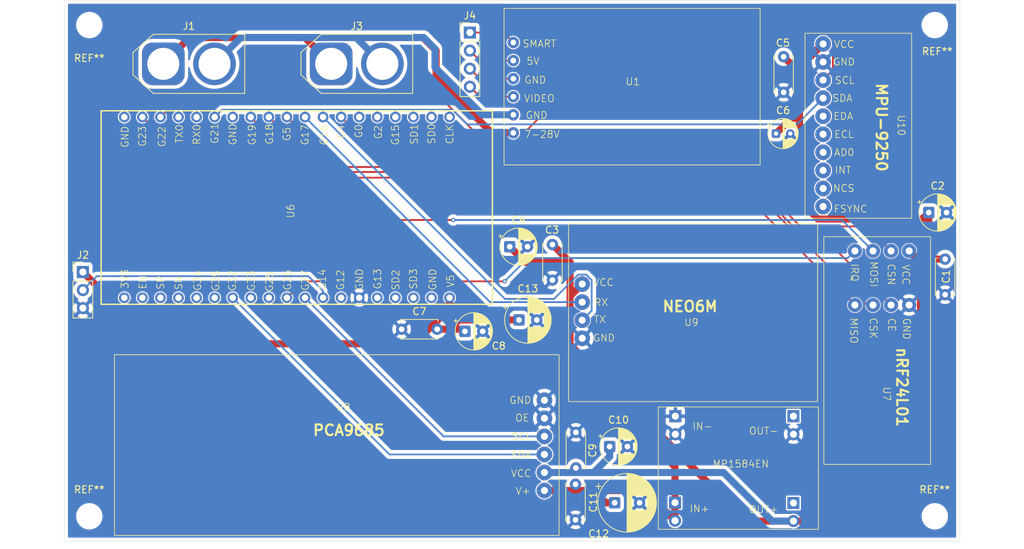
<source format=kicad_pcb>
(kicad_pcb (version 20241229) (generator "pcbnew") (generator_version "9.0")
  (layers (0 "F.Cu" signal) (2 "B.Cu" signal) (13 "F.Paste" user) (15 "B.Paste" user) (5 "F.SilkS" user "F.Silkscreen") (7 "B.SilkS" user "B.Silkscreen") (1 "F.Mask" user) (3 "B.Mask" user) (25 "Edge.Cuts" user))
  (net 0 "")
  (net 1 "GND")
  (net 2 "+3.3V")
  (net 3 "+5V")
  (net 4 "+8V")
  (net 5 "GND2")
  (net 6 "/MOTOR_SIGNAL")
  (net 7 "/SMART")
  (net 8 "/VIDEO")
  (net 9 "/5V C")
  (net 10 "/GND C")
  (net 13 "/MOSI")
  (net 14 "/SCL_PCA")
  (net 16 "/SDA_PCA")
  (net 21 "/IRQ")
  (net 22 "/TX")
  (net 24 "/MISO")
  (net 28 "/CE")
  (net 34 "/SCL_MPU")
  (net 38 "/SCK")
  (net 39 "/CSN")
  (net 41 "/SDA_MPU")
  (net 42 "/RX")
  (footprint "Capacitor_THT:CP_Radial_D5.0mm_P2.50mm" (layer "F.Cu") (at 201 89)
    (property "Reference" "C2" (at 1.25 -3.75 0) (layer "F.SilkS"))
    (property "Value" "C_Polarized")
    (pad "1" thru_hole roundrect (at 0 0) (size 1.6 1.6) (drill 0.8) (layers "*.Cu" "*.Mask") (roundrect_rratio 0.15625) (net 2 "+3.3V"))
    (pad "2" thru_hole circle (at 2.5 0) (size 1.6 1.6) (drill 0.8) (layers "*.Cu" "*.Mask") (net 1 "GND"))
  )
  (footprint "Connector_AMASS:AMASS_XT60-F_1x02_P7.20mm_Vertical" (layer "F.Cu") (at 117 68.1)
    (property "Reference" "J3" (at 3.6 -5.3 0) (layer "F.SilkS"))
    (property "Value" "Conn_01x02_MountingPin")
    (pad "1" thru_hole roundrect (at 0 0) (size 6 6) (drill 4.5) (layers "*.Cu" "*.Mask") (net 4 "+8V"))
    (pad "2" thru_hole circle (at 7.2 0) (size 6 6) (drill 4.5) (layers "*.Cu" "*.Mask") (net 5 "GND2"))
  )
  (footprint "huellas_simplificadas:MP1548EN" (layer "F.Cu") (at 174.7 124.8)
    (property "Reference" "MP1548EN2" (hide yes))
    (property "Value" "~" (hide yes))
    (fp_text user "IN+" (at -7.37 6.43 0) (layer "F.SilkS") (effects (font (thickness 0.1)) (justify left bottom)))
    (fp_text user "OUT-" (at 0.98 -4.52 0) (layer "F.SilkS") (effects (font (thickness 0.1)) (justify left bottom)))
    (fp_text user "IN-" (at -6.97 -5.17 0) (layer "F.SilkS") (effects (font (thickness 0.1)) (justify left bottom)))
    (fp_text user "OUT+" (at 0.98 6.53 0) (layer "F.SilkS") (effects (font (thickness 0.1)) (justify left bottom)))
    (fp_text user "MP1584EN" (at -4.14 0.125 0) (layer "F.SilkS") (effects (font (thickness 0.1)) (justify left bottom)))
    (pad "1" thru_hole rect (at -9.32 -7.17) (size 1.7 1.7) (drill 1) (layers "*.Cu" "*.Mask") (net 1 "GND") (clearance 0.2))
    (pad "2" thru_hole circle (at -9.32 -4.63) (size 1.7 1.7) (drill 1) (layers "*.Cu" "*.Mask") (net 1 "GND") (clearance 0.2))
    (pad "3" thru_hole rect (at -9.37 4.98) (size 1.7 1.7) (drill 1) (layers "*.Cu" "*.Mask") (net 3 "+5V") (clearance 0.2))
    (pad "4" thru_hole circle (at -9.37 7.52) (size 1.7 1.7) (drill 1) (layers "*.Cu" "*.Mask") (net 3 "+5V") (clearance 0.2))
    (pad "5" thru_hole rect (at 7.28 -7.17) (size 1.7 1.7) (drill 1) (layers "*.Cu" "*.Mask") (clearance 0.2))
    (pad "6" thru_hole circle (at 7.28 -4.63) (size 1.7 1.7) (drill 1) (layers "*.Cu" "*.Mask") (net 1 "GND") (clearance 0.2))
    (pad "7" thru_hole rect (at 7.28 5.03) (size 1.7 1.7) (drill 1) (layers "*.Cu" "*.Mask") (clearance 0.2))
    (pad "8" thru_hole circle (at 7.28 7.57) (size 1.7 1.7) (drill 1) (layers "*.Cu" "*.Mask") (net 2 "+3.3V") (clearance 0.2))
  )
  (footprint "huellas_simplificadas:NEO6M" (layer "F.Cu") (at 167.295 104.805)
    (property "Reference" "U9" (at 0.34 -0.36 0) (layer "F.SilkS") (effects (font (thickness 0.1))))
    (property "Value" "NEO-6M-GPS_simplificado")
    (fp_text user "VCC" (at -13.5 -5.39 0) (layer "F.SilkS") (effects (font (thickness 0.1)) (justify left bottom)))
    (fp_text user "GND" (at -13.53 2.41 0) (layer "F.SilkS") (effects (font (thickness 0.1)) (justify left bottom)))
    (fp_text user "NEO6M" (at -3.87 -1.72 0) (layer "F.SilkS") (effects (font (size 1.5 1.5) (thickness 0.3) (bold yes)) (justify left bottom)))
    (fp_text user "RX" (at -13.38 -2.59 0) (layer "F.SilkS") (effects (font (thickness 0.1)) (justify left bottom)))
    (fp_text user "TX" (at -13.45 -0.19 0) (layer "F.SilkS") (effects (font (thickness 0.1)) (justify left bottom)))
    (pad "1" thru_hole circle (at -15.01 -5.75) (size 2.2 2.2) (drill 1) (layers "*.Cu" "*.Mask") (net 2 "+3.3V") (clearance 0.1))
    (pad "2" thru_hole circle (at -15.01 -3.21) (size 2.2 2.2) (drill 1) (layers "*.Cu" "*.Mask") (net 42 "/RX") (clearance 0.1))
    (pad "3" thru_hole circle (at -15.01 -0.67) (size 2.2 2.2) (drill 1) (layers "*.Cu" "*.Mask") (net 22 "/TX") (clearance 0.1))
    (pad "4" thru_hole circle (at -15.01 1.87) (size 2.2 2.2) (drill 1) (layers "*.Cu" "*.Mask") (net 1 "GND") (clearance 0.1))
  )
  (footprint "huellas_simplificadas:nRF24L01" (layer "F.Cu") (at 193.28 108.6 -90)
    (property "Reference" "U7" (at 5.89 -1.83 270) (layer "F.SilkS") (effects (font (thickness 0.1))))
    (property "Value" "NRF24L01_simplificado")
    (fp_text user "GND" (at -4.8506 -4.0246 270) (layer "F.SilkS") (effects (font (thickness 0.1)) (justify left bottom)))
    (fp_text user "CSK" (at -4.876 0.649 270) (layer "F.SilkS") (effects (font (thickness 0.1)) (justify left bottom)))
    (fp_text user "CSN" (at -12.4706 -1.8656 270) (layer "F.SilkS") (effects (font (thickness 0.1)) (justify left bottom)))
    (fp_text user "nRF24L01" (at -0.78 -3.09 270) (layer "F.SilkS") (effects (font (size 1.5 1.5) (thickness 0.3) (bold yes)) (justify left bottom)))
    (fp_text user "CE" (at -4.8252 -1.9418 270) (layer "F.SilkS") (effects (font (thickness 0.1)) (justify left bottom)))
    (fp_text user "VCC" (at -12.369 -3.923 270) (layer "F.SilkS") (effects (font (thickness 0.1)) (justify left bottom)))
    (fp_text user "MISO" (at -4.876 3.3922 270) (layer "F.SilkS") (effects (font (thickness 0.1)) (justify left bottom)))
    (fp_text user "MOSI" (at -12.8 0.58 270) (layer "F.SilkS") (effects (font (thickness 0.1)) (justify left bottom)))
    (fp_text user "IRQ" (at -12.496 3.2906 270) (layer "F.SilkS") (effects (font (thickness 0.1)) (justify left bottom)))
    (pad "1" thru_hole circle (at -14.2 -4.96 270) (size 2 2) (drill 1) (layers "*.Cu" "*.Mask") (net 2 "+3.3V") (clearance 0.1))
    (pad "2" thru_hole circle (at -6.6 -4.96 270) (size 2 2) (drill 1) (layers "*.Cu" "*.Mask") (net 1 "GND") (clearance 0.1))
    (pad "3" thru_hole circle (at -14.2 -2.42 270) (size 2 2) (drill 1) (layers "*.Cu" "*.Mask") (net 39 "/CSN") (clearance 0.1))
    (pad "4" thru_hole circle (at -6.6 -2.42 270) (size 2 2) (drill 1) (layers "*.Cu" "*.Mask") (net 28 "/CE") (clearance 0.1))
    (pad "5" thru_hole circle (at -14.2 0.12 270) (size 2 2) (drill 1) (layers "*.Cu" "*.Mask") (net 13 "/MOSI") (clearance 0.1))
    (pad "6" thru_hole circle (at -6.6 0.12 270) (size 2 2) (drill 1) (layers "*.Cu" "*.Mask") (net 38 "/SCK") (clearance 0.1))
    (pad "7" thru_hole circle (at -14.2 2.66 270) (size 2 2) (drill 1) (layers "*.Cu" "*.Mask") (net 21 "/IRQ") (clearance 0.1))
    (pad "8" thru_hole circle (at -6.6 2.66 270) (size 2 2) (drill 1) (layers "*.Cu" "*.Mask") (net 24 "/MISO") (clearance 0.1))
  )
  (footprint "Capacitor_THT:CP_Radial_D5.0mm_P2.50mm" (layer "F.Cu") (at 156.142237 121.9)
    (property "Reference" "C10" (at 1.25 -3.75 0) (layer "F.SilkS"))
    (property "Value" "C_Polarized")
    (pad "1" thru_hole roundrect (at 0 0) (size 1.6 1.6) (drill 0.8) (layers "*.Cu" "*.Mask") (roundrect_rratio 0.15625) (net 2 "+3.3V"))
    (pad "2" thru_hole circle (at 2.5 0) (size 1.6 1.6) (drill 0.8) (layers "*.Cu" "*.Mask") (net 1 "GND"))
  )
  (footprint "Capacitor_THT:C_Disc_D5.0mm_W2.5mm_P5.00mm" (layer "F.Cu") (at 126.9 105.4)
    (property "Reference" "C7" (at 2.5 -2.5 0) (layer "F.SilkS"))
    (property "Value" "C")
    (pad "1" thru_hole circle (at 0 0) (size 1.6 1.6) (drill 0.8) (layers "*.Cu" "*.Mask") (net 1 "GND"))
    (pad "2" thru_hole circle (at 5 0) (size 1.6 1.6) (drill 0.8) (layers "*.Cu" "*.Mask") (net 3 "+5V"))
  )
  (footprint "MountingHole:MountingHole_3.2mm_M3_DIN965" (layer "F.Cu") (at 83 62.65)
    (property "Reference" "REF**" (at 0 4.65 0) (layer "F.SilkS"))
    (property "Value" "MountingHole_3.2mm_M3_DIN965")
    (pad "" np_thru_hole circle (at 0 0) (size 3.2 3.2) (drill 3.2) (layers "*.Cu" "*.Mask"))
  )
  (footprint "Capacitor_THT:C_Disc_D5.0mm_W2.5mm_P5.00mm" (layer "F.Cu") (at 203.3 95.55 -90)
    (property "Reference" "C1" (at 2.45 -0.15 90) (layer "F.SilkS"))
    (property "Value" "C")
    (pad "1" thru_hole circle (at 0 0 270) (size 1.6 1.6) (drill 0.8) (layers "*.Cu" "*.Mask") (net 2 "+3.3V"))
    (pad "2" thru_hole circle (at 5 0 270) (size 1.6 1.6) (drill 0.8) (layers "*.Cu" "*.Mask") (net 1 "GND"))
  )
  (footprint "Capacitor_THT:CP_Radial_D5.0mm_P2.50mm" (layer "F.Cu") (at 142.1 93.8)
    (property "Reference" "C4" (at 1.25 -3.75 0) (layer "F.SilkS"))
    (property "Value" "C_Polarized")
    (pad "1" thru_hole roundrect (at 0 0) (size 1.6 1.6) (drill 0.8) (layers "*.Cu" "*.Mask") (roundrect_rratio 0.15625) (net 2 "+3.3V"))
    (pad "2" thru_hole circle (at 2.5 0) (size 1.6 1.6) (drill 0.8) (layers "*.Cu" "*.Mask") (net 1 "GND"))
  )
  (footprint "huellas_simplificadas:MPU-9250" (layer "F.Cu") (at 191.05 76.7 -90)
    (property "Reference" "U10" (at 0.05 -6.1 270) (layer "F.SilkS") (effects (font (thickness 0.1))))
    (property "Value" "MPU-9250_simplficado")
    (fp_text user "SDA" (at -3.19 3.66 0) (layer "F.SilkS") (effects (font (thickness 0.1)) (justify left bottom)))
    (fp_text user "FSYNC" (at 12.38 3.46 0) (layer "F.SilkS") (effects (font (thickness 0.1)) (justify left bottom)))
    (fp_text user "VCC" (at -10.78 3.44 0) (layer "F.SilkS") (effects (font (thickness 0.1)) (justify left bottom)))
    (fp_text user "MPU-9250" (at -6.05 -2.43 270) (layer "F.SilkS") (effects (font (size 1.5 1.5) (thickness 0.3) (bold yes)) (justify left bottom)))
    (fp_text user "AD0" (at 4.44 3.41 0) (layer "F.SilkS") (effects (font (thickness 0.1)) (justify left bottom)))
    (fp_text user "GND" (at -8.29 3.55 0) (layer "F.SilkS") (effects (font (thickness 0.1)) (justify left bottom)))
    (fp_text user "ECL" (at 1.9 3.38 0) (layer "F.SilkS") (effects (font (thickness 0.1)) (justify left bottom)))
    (fp_text user "EDA" (at -0.66 3.51 0) (layer "F.SilkS") (effects (font (thickness 0.1)) (justify left bottom)))
    (fp_text user "INT" (at 6.93 3.31 0) (layer "F.SilkS") (effects (font (thickness 0.1)) (justify left bottom)))
    (fp_text user "NCS" (at 9.49 3.56 0) (layer "F.SilkS") (effects (font (thickness 0.1)) (justify left bottom)))
    (fp_text user "SCL" (at -5.7 3.31 0) (layer "F.SilkS") (effects (font (thickness 0.1)) (justify left bottom)))
    (pad "1" thru_hole circle (at -11.4 4.9 270) (size 2.2 2.2) (drill 1) (layers "*.Cu" "*.Mask") (net 2 "+3.3V") (clearance 0.15))
    (pad "2" thru_hole circle (at -8.86 4.9 270) (size 2.2 2.2) (drill 1) (layers "*.Cu" "*.Mask") (net 1 "GND") (clearance 0.15))
    (pad "3" thru_hole circle (at -6.32 4.9 270) (size 2.2 2.2) (drill 1) (layers "*.Cu" "*.Mask") (net 34 "/SCL_MPU") (clearance 0.15))
    (pad "4" thru_hole circle (at -3.78 4.9 270) (size 2.2 2.2) (drill 1) (layers "*.Cu" "*.Mask") (net 41 "/SDA_MPU") (clearance 0.15))
    (pad "5" thru_hole circle (at -1.24 4.9 270) (size 2.2 2.2) (drill 1) (layers "*.Cu" "*.Mask") (clearance 0.15))
    (pad "6" thru_hole circle (at 1.3 4.9 270) (size 2.2 2.2) (drill 1) (layers "*.Cu" "*.Mask") (clearance 0.15))
    (pad "7" thru_hole circle (at 3.84 4.9 270) (size 2.2 2.2) (drill 1) (layers "*.Cu" "*.Mask") (clearance 0.15))
    (pad "8" thru_hole circle (at 6.38 4.9 270) (size 2.2 2.2) (drill 1) (layers "*.Cu" "*.Mask") (clearance 0.15))
    (pad "9" thru_hole circle (at 8.92 4.9 270) (size 2.2 2.2) (drill 1) (layers "*.Cu" "*.Mask") (clearance 0.15))
    (pad "10" thru_hole circle (at 11.46 4.9 270) (size 2.2 2.2) (drill 1) (layers "*.Cu" "*.Mask") (clearance 0.15))
  )
  (footprint "MountingHole:MountingHole_3.2mm_M3_DIN965" (layer "F.Cu") (at 83 131.7)
    (property "Reference" "REF**" (at 0 -3.75 0) (layer "F.SilkS"))
    (property "Value" "MountingHole_3.2mm_M3_DIN965")
    (pad "" np_thru_hole circle (at 0 0) (size 3.2 3.2) (drill 3.2) (layers "*.Cu" "*.Mask"))
  )
  (footprint "Capacitor_THT:CP_Radial_D5.0mm_P2.50mm" (layer "F.Cu") (at 135.8 105.7)
    (property "Reference" "C8" (at 4.75 2.05 0) (layer "F.SilkS"))
    (property "Value" "C_Polarized")
    (pad "1" thru_hole roundrect (at 0 0) (size 1.6 1.6) (drill 0.8) (layers "*.Cu" "*.Mask") (roundrect_rratio 0.15625) (net 3 "+5V"))
    (pad "2" thru_hole circle (at 2.5 0) (size 1.6 1.6) (drill 0.8) (layers "*.Cu" "*.Mask") (net 1 "GND"))
  )
  (footprint "Capacitor_THT:CP_Radial_D4.0mm_P2.00mm" (layer "F.Cu") (at 179.527401 77.9)
    (property "Reference" "C6" (at 1 -3.25 0) (layer "F.SilkS"))
    (property "Value" "C_Polarized")
    (pad "1" thru_hole roundrect (at 0 0) (size 1.2 1.2) (drill 0.6) (layers "*.Cu" "*.Mask") (roundrect_rratio 0.208333) (net 2 "+3.3V"))
    (pad "2" thru_hole circle (at 2 0) (size 1.2 1.2) (drill 0.6) (layers "*.Cu" "*.Mask") (net 1 "GND"))
  )
  (footprint "Capacitor_THT:CP_Radial_D8.0mm_P3.50mm" (layer "F.Cu") (at 156.847349 129.8)
    (property "Reference" "C12" (at -2.247349 4.35 0) (layer "F.SilkS"))
    (property "Value" "C_Polarized")
    (pad "1" thru_hole roundrect (at 0 0) (size 1.6 1.6) (drill 0.8) (layers "*.Cu" "*.Mask") (roundrect_rratio 0.15625) (net 3 "+5V"))
    (pad "2" thru_hole circle (at 3.5 0) (size 1.6 1.6) (drill 0.8) (layers "*.Cu" "*.Mask") (net 1 "GND"))
  )
  (footprint "Capacitor_THT:C_Disc_D5.0mm_W2.5mm_P5.00mm" (layer "F.Cu") (at 151.347349 127.2 -90)
    (property "Reference" "C11" (at 2.5 -2.5 90) (layer "F.SilkS"))
    (property "Value" "C")
    (pad "1" thru_hole circle (at 0 0 270) (size 1.6 1.6) (drill 0.8) (layers "*.Cu" "*.Mask") (net 3 "+5V"))
    (pad "2" thru_hole circle (at 5 0 270) (size 1.6 1.6) (drill 0.8) (layers "*.Cu" "*.Mask") (net 1 "GND"))
  )
  (footprint "Connector_PinHeader_2.54mm:PinHeader_1x04_P2.54mm_Vertical" (layer "F.Cu") (at 136.5 63.7)
    (property "Reference" "J4" (at 0 -2.38 0) (layer "F.SilkS"))
    (property "Value" "Conn_01x04_MountingPin")
    (pad "1" thru_hole rect (at 0 0) (size 1.7 1.7) (drill 1) (layers "*.Cu" "*.Mask") (net 7 "/SMART"))
    (pad "2" thru_hole circle (at 0 2.54) (size 1.7 1.7) (drill 1) (layers "*.Cu" "*.Mask") (net 9 "/5V C"))
    (pad "3" thru_hole circle (at 0 5.08) (size 1.7 1.7) (drill 1) (layers "*.Cu" "*.Mask") (net 10 "/GND C"))
    (pad "4" thru_hole circle (at 0 7.62) (size 1.7 1.7) (drill 1) (layers "*.Cu" "*.Mask") (net 8 "/VIDEO"))
  )
  (footprint "Capacitor_THT:CP_Radial_D6.3mm_P2.50mm" (layer "F.Cu") (at 143.4 104.1)
    (property "Reference" "C13" (at 1.25 -4.4 0) (layer "F.SilkS"))
    (property "Value" "C_Polarized")
    (pad "1" thru_hole roundrect (at 0 0) (size 1.6 1.6) (drill 0.8) (layers "*.Cu" "*.Mask") (roundrect_rratio 0.15625) (net 3 "+5V"))
    (pad "2" thru_hole circle (at 2.5 0) (size 1.6 1.6) (drill 0.8) (layers "*.Cu" "*.Mask") (net 1 "GND"))
  )
  (footprint "Connector_PinHeader_2.54mm:PinHeader_1x03_P2.54mm_Vertical" (layer "F.Cu") (at 82.1 97.36)
    (property "Reference" "J2" (at 0 -2.38 0) (layer "F.SilkS"))
    (property "Value" "Conn_01x03_MountingPin")
    (pad "1" thru_hole rect (at 0 0) (size 1.7 1.7) (drill 1) (layers "*.Cu" "*.Mask") (net 3 "+5V"))
    (pad "2" thru_hole circle (at 0 2.54) (size 1.7 1.7) (drill 1) (layers "*.Cu" "*.Mask") (net 6 "/MOTOR_SIGNAL"))
    (pad "3" thru_hole circle (at 0 5.08) (size 1.7 1.7) (drill 1) (layers "*.Cu" "*.Mask") (net 1 "GND"))
  )
  (footprint "huellas_simplificadas:TX850 Simplificado" (layer "F.Cu") (at 159.4 71.1)
    (property "Reference" "U1" (at 0 -0.5 0) (layer "F.SilkS") (effects (font (thickness 0.1))))
    (property "Value" "~")
    (fp_text user "SMART" (at -15.55 -5.25 0) (layer "F.SilkS") (effects (font (thickness 0.1)) (justify left bottom)))
    (fp_text user "7-28V" (at -15.3 7.5 0) (layer "F.SilkS") (effects (font (thickness 0.1)) (justify left bottom)))
    (fp_text user "5V" (at -15 -2.8 0) (layer "F.SilkS") (effects (font (thickness 0.1)) (justify left bottom)))
    (fp_text user "GND" (at -15.1 4.8 0) (layer "F.SilkS") (effects (font (thickness 0.1)) (justify left bottom)))
    (fp_text user "GND" (at -15.3 -0.15 0) (layer "F.SilkS") (effects (font (thickness 0.1)) (justify left bottom)))
    (fp_text user "VIDEO" (at -15.35 2.45 0) (layer "F.SilkS") (effects (font (thickness 0.1)) (justify left bottom)))
    (pad "1" thru_hole circle (at -16.8 -6) (size 1.6 1.6) (drill 0.8) (layers "*.Cu" "*.Mask") (net 7 "/SMART") (clearance 0.15))
    (pad "2" thru_hole circle (at -16.8 -3.46) (size 1.6 1.6) (drill 0.8) (layers "*.Cu" "*.Mask") (net 9 "/5V C") (clearance 0.15))
    (pad "3" thru_hole circle (at -16.8 -0.92) (size 1.6 1.6) (drill 0.8) (layers "*.Cu" "*.Mask") (net 10 "/GND C") (clearance 0.15))
    (pad "4" thru_hole circle (at -16.8 1.62) (size 1.6 1.6) (drill 0.8) (layers "*.Cu" "*.Mask") (net 8 "/VIDEO") (clearance 0.15))
    (pad "5" thru_hole circle (at -16.8 4.16) (size 1.6 1.6) (drill 0.8) (layers "*.Cu" "*.Mask") (net 5 "GND2") (clearance 0.15))
    (pad "6" thru_hole circle (at -16.8 6.7) (size 1.6 1.6) (drill 0.8) (layers "*.Cu" "*.Mask") (net 4 "+8V") (clearance 0.15))
  )
  (footprint "Connector_AMASS:AMASS_XT60-M_1x02_P7.20mm_Vertical" (layer "F.Cu") (at 93.4 68.1)
    (property "Reference" "J1" (at 3.6 -5.3 0) (layer "F.SilkS"))
    (property "Value" "Conn_01x02_MountingPin")
    (pad "1" thru_hole roundrect (at 0 0) (size 6 6) (drill 4.5) (layers "*.Cu" "*.Mask") (net 4 "+8V"))
    (pad "2" thru_hole circle (at 7.2 0) (size 6 6) (drill 4.5) (layers "*.Cu" "*.Mask") (net 5 "GND2"))
  )
  (footprint "MountingHole:MountingHole_3.2mm_M3_DIN965" (layer "F.Cu") (at 201.85 131.7)
    (property "Reference" "REF**" (at 0 -3.75 0) (layer "F.SilkS"))
    (property "Value" "MountingHole_3.2mm_M3_DIN965")
    (pad "" np_thru_hole circle (at 0 0) (size 3.2 3.2) (drill 3.2) (layers "*.Cu" "*.Mask"))
  )
  (footprint "MountingHole:MountingHole_3.2mm_M3_DIN965" (layer "F.Cu") (at 201.85 62.65)
    (property "Reference" "REF**" (at 0.35 3.7 0) (layer "F.SilkS"))
    (property "Value" "MountingHole_3.2mm_M3_DIN965")
    (pad "" np_thru_hole circle (at 0 0) (size 3.2 3.2) (drill 3.2) (layers "*.Cu" "*.Mask"))
  )
  (footprint "Capacitor_THT:C_Disc_D5.0mm_W2.5mm_P5.00mm" (layer "F.Cu") (at 180.6 67.1 -90)
    (property "Reference" "C5" (at -1.95 0.1 0) (layer "F.SilkS"))
    (property "Value" "C")
    (pad "1" thru_hole circle (at 0 0 270) (size 1.6 1.6) (drill 0.8) (layers "*.Cu" "*.Mask") (net 2 "+3.3V"))
    (pad "2" thru_hole circle (at 5 0 270) (size 1.6 1.6) (drill 0.8) (layers "*.Cu" "*.Mask") (net 1 "GND"))
  )
  (footprint "huellas_simplificadas:ESP32" (layer "F.Cu") (at 111.8 88.8 90)
    (property "Reference" "U6" (at 0 -0.5 90) (layer "F.SilkS") (effects (font (thickness 0.1))))
    (property "Value" "ESP32-DEVKITC_simplificado")
    (fp_text user "CLK" (at 9.35 22.45 90) (layer "F.SilkS") (effects (font (thickness 0.1)) (justify left bottom)))
    (fp_text user "G14" (at -11.1 4.55 90) (layer "F.SilkS") (effects (font (thickness 0.1)) (justify left bottom)))
    (fp_text user "SD1" (at 9.3 17.45 90) (layer "F.SilkS") (effects (font (thickness 0.1)) (justify left bottom)))
    (fp_text user "G34" (at -11.25 -13 90) (layer "F.SilkS") (effects (font (thickness 0.1)) (justify left bottom)))
    (fp_text user "G25" (at -11.4 -2.9 90) (layer "F.SilkS") (effects (font (thickness 0.1)) (justify left bottom)))
    (fp_text user "TX0" (at 9.45 -15.55 90) (layer "F.SilkS") (effects (font (thickness 0.1)) (justify left bottom)))
    (fp_text user "G27" (at -11.25 2.15 90) (layer "F.SilkS") (effects (font (thickness 0.1)) (justify left bottom)))
    (fp_text user "SD3" (at -11.05 17.35 90) (layer "F.SilkS") (effects (font (thickness 0.1)) (justify left bottom)))
    (fp_text user "G2" (at 10.05 12.4 90) (layer "F.SilkS") (effects (font (thickness 0.1)) (justify left bottom)))
    (fp_text user "GND" (at 9.2 -8.05 90) (layer "F.SilkS") (effects (font (thickness 0.1)) (justify left bottom)))
    (fp_text user "G26" (at -11.2 -0.35 90) (layer "F.SilkS") (effects (font (thickness 0.1)) (justify left bottom)))
    (fp_text user "G22" (at 8.95 -18 90) (layer "F.SilkS") (effects (font (thickness 0.1)) (justify left bottom)))
    (fp_text user "SD0" (at 9.35 19.9 90) (layer "F.SilkS") (effects (font (thickness 0.1)) (justify left bottom)))
    (fp_text user "G15" (at 9.2 14.8 90) (layer "F.SilkS") (effects (font (thickness 0.1)) (justify left bottom)))
    (fp_text user "G19" (at 9.2 -5.35 90) (layer "F.SilkS") (effects (font (thickness 0.1)) (justify left bottom)))
    (fp_text user "GND" (at -11.2 20.05 90) (layer "F.SilkS") (effects (font (thickness 0.1)) (justify left bottom)))
    (fp_text user "SD2" (at -11.2 14.85 90) (layer "F.SilkS") (effects (font (thickness 0.1)) (justify left bottom)))
    (fp_text user "G23" (at 9 -20.75 90) (layer "F.SilkS") (effects (font (thickness 0.1)) (justify left bottom)))
    (fp_text user "G5" (at 9.8 -0.45 90) (layer "F.SilkS") (effects (font (thickness 0.1)) (justify left bottom)))
    (fp_text user "GND" (at -11.2 9.75 90) (layer "F.SilkS") (effects (font (thickness 0.1)) (justify left bottom)))
    (fp_text user "SN" (at -11.15 -15.65 90) (layer "F.SilkS") (effects (font (thickness 0.1)) (justify left bottom)))
    (fp_text user "SP" (at -11.1 -18.2 90) (layer "F.SilkS") (effects (font (thickness 0.1)) (justify left bottom)))
    (fp_text user "G4" (at 10.1 7.15 90) (layer "F.SilkS") (effects (font (thickness 0.1)) (justify left bottom)))
    (fp_text user "G13" (at -11.05 12.3 90) (layer "F.SilkS") (effects (font (thickness 0.1)) (justify left bottom)))
    (fp_text user "G33" (at -11.3 -5.45 90) (layer "F.SilkS") (effects (font (thickness 0.1)) (justify left bottom)))
    (fp_text user "RX0" (at 9.25 -13.1 90) (layer "F.SilkS") (effects (font (thickness 0.1)) (justify left bottom)))
    (fp_text user "G18" (at 9.3 -2.9 90) (layer "F.SilkS") (effects (font (thickness 0.1)) (justify left bottom)))
    (fp_text user "EN" (at -11.05 -20.7 90) (layer "F.SilkS") (effects (font (thickness 0.1)) (justify left bottom)))
    (fp_text user "G32" (at -11.3 -8.1 90) (layer "F.SilkS") (effects (font (thickness 0.1)) (justify left bottom)))
    (fp_text user "G0" (at 10.2 9.65 90) (layer "F.SilkS") (effects (font (thickness 0.1)) (justify left bottom)))
    (fp_text user "G21" (at 9.4 -10.6 90) (layer "F.SilkS") (effects (font (thickness 0.1)) (justify left bottom)))
    (fp_text user "G35" (at -11.3 -10.45 90) (layer "F.SilkS") (effects (font (thickness 0.1)) (justify left bottom)))
    (fp_text user "G12" (at -11.2 7.1 90) (layer "F.SilkS") (effects (font (thickness 0.1)) (justify left bottom)))
    (fp_text user "V5" (at -10.8 22.55 90) (layer "F.SilkS") (effects (font (thickness 0.1)) (justify left bottom)))
    (fp_text user "G16" (at 9.2 4.75 90) (layer "F.SilkS") (effects (font (thickness 0.1)) (justify left bottom)))
    (fp_text user "3V3" (at -11 -23.2 90) (layer "F.SilkS") (effects (font (thickness 0.1)) (justify left bottom)))
    (fp_text user "GND" (at 8.85 -23.2 90) (layer "F.SilkS") (effects (font (thickness 0.1)) (justify left bottom)))
    (fp_text user "G17" (at 9.2 2.1 90) (layer "F.SilkS") (effects (font (thickness 0.1)) (justify left bottom)))
    (pad "1" thru_hole circle (at -12.18 -23.88 180) (size 1.5 1.5) (drill 0.9) (layers "*.Cu" "*.Mask") (clearance 0.15))
    (pad "2" thru_hole circle (at 13.22 -23.88 180) (size 1.5 1.5) (drill 0.9) (layers "*.Cu" "*.Mask") (clearance 0.15))
    (pad "3" thru_hole circle (at -12.18 -21.34 180) (size 1.5 1.5) (drill 0.9) (layers "*.Cu" "*.Mask") (clearance 0.15))
    (pad "4" thru_hole circle (at 13.22 -21.34 180) (size 1.5 1.5) (drill 0.9) (layers "*.Cu" "*.Mask") (net 13 "/MOSI") (clearance 0.15))
    (pad "5" thru_hole circle (at -12.18 -18.8 180) (size 1.5 1.5) (drill 0.9) (layers "*.Cu" "*.Mask") (clearance 0.15))
    (pad "6" thru_hole circle (at 13.22 -18.8 180) (size 1.5 1.5) (drill 0.9) (layers "*.Cu" "*.Mask") (net 34 "/SCL_MPU") (clearance 0.15))
    (pad "7" thru_hole circle (at -12.18 -16.26 180) (size 1.5 1.5) (drill 0.9) (layers "*.Cu" "*.Mask") (clearance 0.15))
    (pad "8" thru_hole circle (at 13.22 -16.26 180) (size 1.5 1.5) (drill 0.9) (layers "*.Cu" "*.Mask") (clearance 0.15))
    (pad "9" thru_hole circle (at -12.18 -13.72 180) (size 1.5 1.5) (drill 0.9) (layers "*.Cu" "*.Mask") (clearance 0.15))
    (pad "10" thru_hole circle (at 13.22 -13.72 180) (size 1.5 1.5) (drill 0.9) (layers "*.Cu" "*.Mask") (clearance 0.15))
    (pad "11" thru_hole circle (at -12.18 -11.18 180) (size 1.5 1.5) (drill 0.9) (layers "*.Cu" "*.Mask") (clearance 0.15))
    (pad "12" thru_hole circle (at 13.22 -11.18 180) (size 1.5 1.5) (drill 0.9) (layers "*.Cu" "*.Mask") (net 41 "/SDA_MPU") (clearance 0.15))
    (pad "13" thru_hole circle (at -12.18 -8.64 180) (size 1.5 1.5) (drill 0.9) (layers "*.Cu" "*.Mask") (net 16 "/SDA_PCA") (clearance 0.15))
    (pad "14" thru_hole circle (at 13.22 -8.64 180) (size 1.5 1.5) (drill 0.9) (layers "*.Cu" "*.Mask") (clearance 0.15))
    (pad "15" thru_hole circle (at -12.18 -6.1 180) (size 1.5 1.5) (drill 0.9) (layers "*.Cu" "*.Mask") (clearance 0.15))
    (pad "16" thru_hole circle (at 13.22 -6.1 180) (size 1.5 1.5) (drill 0.9) (layers "*.Cu" "*.Mask") (net 24 "/MISO") (clearance 0.15))
    (pad "17" thru_hole circle (at -12.18 -3.56 180) (size 1.5 1.5) (drill 0.9) (layers "*.Cu" "*.Mask") (clearance 0.15))
    (pad "18" thru_hole circle (at 13.22 -3.56 180) (size 1.5 1.5) (drill 0.9) (layers "*.Cu" "*.Mask") (net 38 "/SCK") (clearance 0.15))
    (pad "19" thru_hole circle (at -12.18 -1.02 180) (size 1.5 1.5) (drill 0.9) (layers "*.Cu" "*.Mask") (net 21 "/IRQ") (clearance 0.15))
    (pad "20" thru_hole circle (at 13.22 -1.02 180) (size 1.5 1.5) (drill 0.9) (layers "*.Cu" "*.Mask") (net 28 "/CE") (clearance 0.15))
    (pad "21" thru_hole circle (at -12.18 1.52 180) (size 1.5 1.5) (drill 0.9) (layers "*.Cu" "*.Mask") (net 14 "/SCL_PCA") (clearance 0.15))
    (pad "22" thru_hole circle (at 13.22 1.52 180) (size 1.5 1.5) (drill 0.9) (layers "*.Cu" "*.Mask") (net 42 "/RX") (clearance 0.15))
    (pad "23" thru_hole circle (at -12.18 4.06 180) (size 1.5 1.5) (drill 0.9) (layers "*.Cu" "*.Mask") (net 6 "/MOTOR_SIGNAL") (clearance 0.15))
    (pad "24" thru_hole circle (at 13.22 4.06 180) (size 1.5 1.5) (drill 0.9) (layers "*.Cu" "*.Mask") (net 22 "/TX") (clearance 0.15))
    (pad "25" thru_hole circle (at -12.18 6.6 180) (size 1.5 1.5) (drill 0.9) (layers "*.Cu" "*.Mask") (clearance 0.15))
    (pad "26" thru_hole circle (at 13.22 6.6 180) (size 1.5 1.5) (drill 0.9) (layers "*.Cu" "*.Mask") (net 39 "/CSN") (clearance 0.15))
    (pad "27" thru_hole circle (at -12.18 9.14 180) (size 1.5 1.5) (drill 0.9) (layers "*.Cu" "*.Mask") (net 1 "GND") (clearance 0.15))
    (pad "28" thru_hole circle (at 13.22 9.14 180) (size 1.5 1.5) (drill 0.9) (layers "*.Cu" "*.Mask") (clearance 0.15))
    (pad "29" thru_hole circle (at -12.18 11.68 180) (size 1.5 1.5) (drill 0.9) (layers "*.Cu" "*.Mask") (clearance 0.15))
    (pad "30" thru_hole circle (at 13.22 11.68 180) (size 1.5 1.5) (drill 0.9) (layers "*.Cu" "*.Mask") (clearance 0.15))
    (pad "31" thru_hole circle (at -12.18 14.22 180) (size 1.5 1.5) (drill 0.9) (layers "*.Cu" "*.Mask") (clearance 0.15))
    (pad "32" thru_hole circle (at 13.22 14.22 180) (size 1.5 1.5) (drill 0.9) (layers "*.Cu" "*.Mask") (clearance 0.15))
    (pad "33" thru_hole circle (at -12.18 16.76 180) (size 1.5 1.5) (drill 0.9) (layers "*.Cu" "*.Mask") (clearance 0.15))
    (pad "34" thru_hole circle (at 13.22 16.76 180) (size 1.5 1.5) (drill 0.9) (layers "*.Cu" "*.Mask") (clearance 0.15))
    (pad "35" thru_hole circle (at -12.18 19.3 180) (size 1.5 1.5) (drill 0.9) (layers "*.Cu" "*.Mask") (clearance 0.15))
    (pad "36" thru_hole circle (at 13.22 19.3 180) (size 1.5 1.5) (drill 0.9) (layers "*.Cu" "*.Mask") (clearance 0.15))
    (pad "37" thru_hole circle (at -12.18 21.84 180) (size 1.5 1.5) (drill 0.9) (layers "*.Cu" "*.Mask") (net 3 "+5V") (clearance 0.15))
    (pad "38" thru_hole circle (at 13.22 21.84 180) (size 1.5 1.5) (drill 0.9) (layers "*.Cu" "*.Mask") (clearance 0.15))
  )
  (footprint "Capacitor_THT:C_Disc_D5.0mm_W2.5mm_P5.00mm" (layer "F.Cu") (at 148.1 93.5 -90)
    (property "Reference" "C3" (at -2.05 0.05 0) (layer "F.SilkS"))
    (property "Value" "C")
    (pad "1" thru_hole circle (at 0 0 270) (size 1.6 1.6) (drill 0.8) (layers "*.Cu" "*.Mask") (net 2 "+3.3V"))
    (pad "2" thru_hole circle (at 5 0 270) (size 1.6 1.6) (drill 0.8) (layers "*.Cu" "*.Mask") (net 1 "GND"))
  )
  (footprint "huellas_simplificadas:PCA9685" (layer "F.Cu") (at 118.285 121.985)
    (property "Reference" "U8" (at 0.43 -5.64 0) (layer "F.SilkS") (effects (font (thickness 0.1))))
    (property "Value" "PCA9685BS")
    (fp_text user "SCL" (at 24.04 -0.94 0) (layer "F.SilkS") (effects (font (thickness 0.1)) (justify left bottom)))
    (fp_text user "V+" (at 24.57 6.74 0) (layer "F.SilkS") (effects (font (thickness 0.1)) (justify left bottom)))
    (fp_text user "VCC" (at 23.92 4.27 0) (layer "F.SilkS") (effects (font (thickness 0.1)) (justify left bottom)))
    (fp_text user "OE" (at 24.53 -3.54 0) (layer "F.SilkS") (effects (font (thickness 0.1)) (justify left bottom)))
    (fp_text user "GND" (at 23.72 -6.03 0) (layer "F.SilkS") (effects (font (thickness 0.1)) (justify left bottom)))
    (fp_text user "PCA9685" (at -4 -1.5 0) (layer "F.SilkS") (effects (font (size 1.5 1.5) (thickness 0.3) (bold yes)) (justify left bottom)))
    (fp_text user "SDA" (at 23.94 1.73 0) (layer "F.SilkS") (effects (font (thickness 0.1)) (justify left bottom)))
    (pad "1" thru_hole circle (at 28.69 -6.6) (size 2.2 2.2) (drill 1) (layers "*.Cu" "*.Mask") (net 1 "GND") (clearance 0.15))
    (pad "2" thru_hole circle (at 28.69 -4.06) (size 2.2 2.2) (drill 1) (layers "*.Cu" "*.Mask") (net 1 "GND") (clearance 0.15))
    (pad "3" thru_hole circle (at 28.69 -1.52) (size 2.2 2.2) (drill 1) (layers "*.Cu" "*.Mask") (net 14 "/SCL_PCA") (clearance 0.15))
    (pad "4" thru_hole circle (at 28.69 1.02) (size 2.2 2.2) (drill 1) (layers "*.Cu" "*.Mask") (net 16 "/SDA_PCA") (clearance 0.15))
    (pad "5" thru_hole circle (at 28.69 3.56) (size 2.2 2.2) (drill 1) (layers "*.Cu" "*.Mask") (net 2 "+3.3V") (clearance 0.15))
    (pad "6" thru_hole circle (at 28.69 6.1) (size 2.2 2.2) (drill 1) (layers "*.Cu" "*.Mask") (net 3 "+5V") (clearance 0.15))
  )
  (footprint "Capacitor_THT:C_Disc_D5.0mm_W2.5mm_P5.00mm" (layer "F.Cu") (at 151.4 124.9 90)
    (property "Reference" "C9" (at 2.45 2.35 90) (layer "F.SilkS"))
    (property "Value" "C")
    (pad "1" thru_hole circle (at 0 0 90) (size 1.6 1.6) (drill 0.8) (layers "*.Cu" "*.Mask") (net 2 "+3.3V"))
    (pad "2" thru_hole circle (at 5 0 90) (size 1.6 1.6) (drill 0.8) (layers "*.Cu" "*.Mask") (net 1 "GND"))
  )
  (gr_rect (start 79.5 59.15) (end 205.35 135.2) (stroke (width 0.05)) (fill no) (layer "Edge.Cuts"))
  (segment (start 201 89) (end 200.089 89.911) (width 1) (layer "F.Cu") (net 2))
  (segment (start 150.584 95.984) (end 150.584 100.756) (width 1) (layer "F.Cu") (net 2))
  (segment (start 181.98 132.37) (end 183.182081 132.37) (width 1) (layer "F.Cu") (net 2))
  (segment (start 182.828401 69.328401) (end 180.6 67.1) (width 1) (layer "F.Cu") (net 2))
  (segment (start 199.841 96.001) (end 198.24 94.4) (width 1) (layer "F.Cu") (net 2))
  (segment (start 175.37 132.37) (end 150.584 107.584) (width 1) (layer "F.Cu") (net 2))
  (segment (start 181.98 132.37) (end 175.37 132.37) (width 1) (layer "F.Cu") (net 2))
  (segment (start 182.828401 69.328401) (end 182.828401 68.621599) (width 1) (layer "F.Cu") (net 2))
  (segment (start 144.284 95.984) (end 142.1 93.8) (width 1) (layer "F.Cu") (net 2))
  (segment (start 183.182081 132.37) (end 199.841 115.711081) (width 1) (layer "F.Cu") (net 2))
  (segment (start 199.841 115.711081) (end 199.841 96.001) (width 1) (layer "F.Cu") (net 2))
  (segment (start 201 94.842) (end 201 89) (width 1) (layer "F.Cu") (net 2))
  (segment (start 148.1 93.5) (end 150.584 95.984) (width 1) (layer "F.Cu") (net 2))
  (segment (start 185.424712 89.911) (end 182.828401 87.314689) (width 1) (layer "F.Cu") (net 2))
  (segment (start 200.089 89.911) (end 185.424712 89.911) (width 1) (layer "F.Cu") (net 2))
  (segment (start 200.292 95.55) (end 203.3 95.55) (width 1) (layer "F.Cu") (net 2))
  (segment (start 150.584 107.584) (end 150.584 100.756) (width 1) (layer "F.Cu") (net 2))
  (segment (start 200.292 95.55) (end 201 94.842) (width 1) (layer "F.Cu") (net 2))
  (segment (start 182.828401 68.621599) (end 186.15 65.3) (width 1) (layer "F.Cu") (net 2))
  (segment (start 150.584 100.756) (end 152.285 99.055) (width 1) (layer "F.Cu") (net 2))
  (segment (start 181.677401 75.75) (end 182.828401 75.75) (width 1) (layer "F.Cu") (net 2))
  (segment (start 179.527401 77.9) (end 181.677401 75.75) (width 1) (layer "F.Cu") (net 2))
  (segment (start 182.828401 75.75) (end 182.828401 69.328401) (width 1) (layer "F.Cu") (net 2))
  (segment (start 199.841 96.001) (end 200.292 95.55) (width 1) (layer "F.Cu") (net 2))
  (segment (start 150.584 95.984) (end 144.284 95.984) (width 1) (layer "F.Cu") (net 2))
  (segment (start 182.828401 87.314689) (end 182.828401 75.75) (width 1) (layer "F.Cu") (net 2))
  (segment (start 151.4 124.9) (end 151.4 125.545) (width 1) (layer "B.Cu") (net 2))
  (segment (start 151.4 125.545) (end 146.975 125.545) (width 1) (layer "B.Cu") (net 2))
  (segment (start 156.142237 123.302763) (end 153.9 125.545) (width 1) (layer "B.Cu") (net 2))
  (segment (start 172.153 125.545) (end 153.9 125.545) (width 1) (layer "B.Cu") (net 2))
  (segment (start 156.142237 121.9) (end 156.142237 123.302763) (width 1) (layer "B.Cu") (net 2))
  (segment (start 153.9 125.545) (end 151.4 125.545) (width 1) (layer "B.Cu") (net 2))
  (segment (start 181.98 132.37) (end 178.978 132.37) (width 1) (layer "B.Cu") (net 2))
  (segment (start 178.978 132.37) (end 172.153 125.545) (width 1) (layer "B.Cu") (net 2))
  (segment (start 165.33 124.75) (end 165.33 129.78) (width 1) (layer "F.Cu") (net 3))
  (segment (start 151.347349 128.082349) (end 151.35 128.085) (width 1) (layer "F.Cu") (net 3))
  (segment (start 130.9 109.7) (end 150.28 109.7) (width 1) (layer "F.Cu") (net 3))
  (segment (start 161.095 128.085) (end 153.9 128.085) (width 1) (layer "F.Cu") (net 3))
  (segment (start 165.33 132.32) (end 161.095 128.085) (width 1) (layer "F.Cu") (net 3))
  (segment (start 150.28 109.7) (end 165.33 124.75) (width 1) (layer "F.Cu") (net 3))
  (segment (start 133.65 105.4) (end 135.5 105.4) (width 1) (layer "F.Cu") (net 3))
  (segment (start 131.9 105.4) (end 131.35 104.85) (width 1) (layer "F.Cu") (net 3))
  (segment (start 131.9 105.4) (end 133.65 105.4) (width 1) (layer "F.Cu") (net 3))
  (segment (start 134.95 104.1) (end 143.4 104.1) (width 1) (layer "F.Cu") (net 3))
  (segment (start 82.1 97.36) (end 92.19 107.45) (width 1) (layer "F.Cu") (net 3))
  (segment (start 92.19 107.45) (end 128.65 107.45) (width 1) (layer "F.Cu") (net 3))
  (segment (start 156.847349 129.8) (end 155.615 129.8) (width 1) (layer "F.Cu") (net 3))
  (segment (start 133.65 105.4) (end 134.95 104.1) (width 1) (layer "F.Cu") (net 3))
  (segment (start 131.25 104.85) (end 133.64 102.46) (width 1) (layer "F.Cu") (net 3))
  (segment (start 133.64 102.46) (end 133.64 100.98) (width 1) (layer "F.Cu") (net 3))
  (segment (start 151.35 128.085) (end 146.975 128.085) (width 1) (layer "F.Cu") (net 3))
  (segment (start 135.5 105.4) (end 135.8 105.7) (width 1) (layer "F.Cu") (net 3))
  (segment (start 131.35 104.85) (end 131.25 104.85) (width 1) (layer "F.Cu") (net 3))
  (segment (start 153.9 128.085) (end 151.35 128.085) (width 1) (layer "F.Cu") (net 3))
  (segment (start 128.65 107.45) (end 131.25 104.85) (width 1) (layer "F.Cu") (net 3))
  (segment (start 155.615 129.8) (end 153.9 128.085) (width 1) (layer "F.Cu") (net 3))
  (segment (start 151.347349 127.2) (end 151.347349 128.082349) (width 1) (layer "F.Cu") (net 3))
  (segment (start 165.33 129.78) (end 165.33 132.32) (width 1) (layer "F.Cu") (net 3))
  (segment (start 128.65 107.45) (end 130.9 109.7) (width 1) (layer "F.Cu") (net 3))
  (segment (start 93.4 68.1) (end 97.101 64.399) (width 1) (layer "F.Cu") (net 4))
  (segment (start 139.55 77.8) (end 142.6 77.8) (width 1) (layer "F.Cu") (net 4))
  (segment (start 131.75 66.25) (end 131.75 70) (width 1) (layer "F.Cu") (net 4))
  (segment (start 97.101 64.399) (end 113.299 64.399) (width 1) (layer "F.Cu") (net 4))
  (segment (start 129.899 64.399) (end 131.75 66.25) (width 1) (layer "F.Cu") (net 4))
  (segment (start 113.299 64.399) (end 117 68.1) (width 1) (layer "F.Cu") (net 4))
  (segment (start 113.299 64.399) (end 129.899 64.399) (width 1) (layer "F.Cu") (net 4))
  (segment (start 131.75 70) (end 139.55 77.8) (width 1) (layer "F.Cu") (net 4))
  (segment (start 120.499 64.399) (end 129.999 64.399) (width 1) (layer "B.Cu") (net 5))
  (segment (start 131.6 66) (end 131.6 68.613446) (width 1) (layer "B.Cu") (net 5))
  (segment (start 120.499 64.399) (end 124.2 68.1) (width 1) (layer "B.Cu") (net 5))
  (segment (start 131.6 68.613446) (end 138.246554 75.26) (width 1) (layer "B.Cu") (net 5))
  (segment (start 129.999 64.399) (end 131.6 66) (width 1) (layer "B.Cu") (net 5))
  (segment (start 104.301 64.399) (end 120.499 64.399) (width 1) (layer "B.Cu") (net 5))
  (segment (start 138.246554 75.26) (end 142.6 75.26) (width 1) (layer "B.Cu") (net 5))
  (segment (start 100.6 68.1) (end 104.301 64.399) (width 1) (layer "B.Cu") (net 5))
  (segment (start 115.85 100.97) (end 115.86 100.98) (width 0.25) (layer "B.Cu") (net 6))
  (segment (start 113.8 97.95) (end 115.85 100) (width 0.25) (layer "B.Cu") (net 6))
  (segment (start 84.05 97.95) (end 113.8 97.95) (width 0.25) (layer "B.Cu") (net 6))
  (segment (start 115.85 100) (end 115.85 100.97) (width 0.25) (layer "B.Cu") (net 6))
  (segment (start 82.1 99.9) (end 84.05 97.95) (width 0.25) (layer "B.Cu") (net 6))
  (segment (start 136.5 63.7) (end 141.2 63.7) (width 0.25) (layer "F.Cu") (net 7))
  (segment (start 141.2 63.7) (end 142.6 65.1) (width 0.25) (layer "F.Cu") (net 7))
  (segment (start 136.5 71.32) (end 137.9 72.72) (width 0.25) (layer "F.Cu") (net 8))
  (segment (start 137.9 72.72) (end 142.6 72.72) (width 0.25) (layer "F.Cu") (net 8))
  (segment (start 136.5 66.24) (end 137.9 67.64) (width 0.25) (layer "F.Cu") (net 9))
  (segment (start 137.9 67.64) (end 142.6 67.64) (width 0.25) (layer "F.Cu") (net 9))
  (segment (start 136.5 68.78) (end 137.9 70.18) (width 0.25) (layer "F.Cu") (net 10))
  (segment (start 137.9 70.18) (end 142.6 70.18) (width 0.25) (layer "F.Cu") (net 10))
  (segment (start 134.15 90.05) (end 104.93 90.05) (width 0.25) (layer "F.Cu") (net 13))
  (segment (start 104.93 90.05) (end 90.46 75.58) (width 0.25) (layer "F.Cu") (net 13))
  (via (at 134.15 90.05) (size 0.6) (drill 0.3) (layers "F.Cu" "B.Cu") (net 13))
  (segment (start 166.1 90.05) (end 134.15 90.05) (width 0.25) (layer "B.Cu") (net 13))
  (segment (start 134.15 90.05) (end 134.05 90.05) (width 0.25) (layer "B.Cu") (net 13))
  (segment (start 188.81 90.05) (end 166.1 90.05) (width 0.25) (layer "B.Cu") (net 13))
  (segment (start 193.16 94.4) (end 188.81 90.05) (width 0.25) (layer "B.Cu") (net 13))
  (segment (start 132.805 120.465) (end 113.32 100.98) (width 0.25) (layer "B.Cu") (net 14))
  (segment (start 146.975 120.465) (end 132.805 120.465) (width 0.25) (layer "B.Cu") (net 14))
  (segment (start 146.975 123.005) (end 125.185 123.005) (width 0.25) (layer "B.Cu") (net 16))
  (segment (start 125.185 123.005) (end 103.16 100.98) (width 0.25) (layer "B.Cu") (net 16))
  (segment (start 113.085 98.675) (end 110.78 100.98) (width 0.25) (layer "F.Cu") (net 21))
  (segment (start 141.375 98.675) (end 113.085 98.675) (width 0.25) (layer "F.Cu") (net 21))
  (via (at 141.375 98.675) (size 0.6) (drill 0.3) (layers "F.Cu" "B.Cu") (net 21))
  (segment (start 190.62 94.4) (end 189.62 95.4) (width 0.25) (layer "B.Cu") (net 21))
  (segment (start 141.375 98.675) (end 141.35 98.7) (width 0.25) (layer "B.Cu") (net 21))
  (segment (start 189.62 95.4) (end 144.65 95.4) (width 0.25) (layer "B.Cu") (net 21))
  (segment (start 144.65 95.4) (end 141.375 98.675) (width 0.25) (layer "B.Cu") (net 21))
  (segment (start 152.285 104.135) (end 153.611 102.809) (width 0.25) (layer "B.Cu") (net 22))
  (segment (start 141.424 101.144) (end 115.86 75.58) (width 0.25) (layer "B.Cu") (net 22))
  (segment (start 153.611 98.505752) (end 152.834248 97.729) (width 0.25) (layer "B.Cu") (net 22))
  (segment (start 153.611 102.809) (end 153.611 98.505752) (width 0.25) (layer "B.Cu") (net 22))
  (segment (start 151.735752 97.729) (end 148.320752 101.144) (width 0.25) (layer "B.Cu") (net 22))
  (segment (start 148.320752 101.144) (end 141.424 101.144) (width 0.25) (layer "B.Cu") (net 22))
  (segment (start 152.834248 97.729) (end 151.735752 97.729) (width 0.25) (layer "B.Cu") (net 22))
  (segment (start 172.72 84.1) (end 114.22 84.1) (width 0.25) (layer "F.Cu") (net 24))
  (segment (start 190.62 102) (end 172.72 84.1) (width 0.25) (layer "F.Cu") (net 24))
  (segment (start 114.22 84.1) (end 105.7 75.58) (width 0.25) (layer "F.Cu") (net 24))
  (segment (start 195.7 102) (end 185.101 91.401) (width 0.25) (layer "F.Cu") (net 28))
  (segment (start 173.3 82.6) (end 117.8 82.6) (width 0.25) (layer "F.Cu") (net 28))
  (segment (start 173.45 82.45) (end 173.3 82.6) (width 0.25) (layer "F.Cu") (net 28))
  (segment (start 117.8 82.6) (end 110.78 75.58) (width 0.25) (layer "F.Cu") (net 28))
  (segment (start 182.401 91.401) (end 173.45 82.45) (width 0.25) (layer "F.Cu") (net 28))
  (segment (start 185.101 91.401) (end 182.401 91.401) (width 0.25) (layer "F.Cu") (net 28))
  (segment (start 157.997694 63.924) (end 143.045694 78.876) (width 0.25) (layer "F.Cu") (net 34))
  (segment (start 138.386984 78.876) (end 132.960984 73.45) (width 0.25) (layer "F.Cu") (net 34))
  (segment (start 95.13 73.45) (end 93 75.58) (width 0.25) (layer "F.Cu") (net 34))
  (segment (start 187.526 64.730042) (end 186.719958 63.924) (width 0.25) (layer "F.Cu") (net 34))
  (segment (start 132.960984 73.45) (end 95.13 73.45) (width 0.25) (layer "F.Cu") (net 34))
  (segment (start 186.15 70.38) (end 187.526 69.004) (width 0.25) (layer "F.Cu") (net 34))
  (segment (start 143.045694 78.876) (end 138.386984 78.876) (width 0.25) (layer "F.Cu") (net 34))
  (segment (start 187.526 69.004) (end 187.526 64.730042) (width 0.25) (layer "F.Cu") (net 34))
  (segment (start 186.719958 63.924) (end 157.997694 63.924) (width 0.25) (layer "F.Cu") (net 34))
  (segment (start 192.353826 102) (end 173.653826 83.3) (width 0.25) (layer "F.Cu") (net 38))
  (segment (start 173.653826 83.3) (end 115.96 83.3) (width 0.25) (layer "F.Cu") (net 38))
  (segment (start 193.16 102) (end 192.353826 102) (width 0.25) (layer "F.Cu") (net 38))
  (segment (start 115.96 83.3) (end 108.24 75.58) (width 0.25) (layer "F.Cu") (net 38))
  (segment (start 134.8 77) (end 119.82 77) (width 0.25) (layer "F.Cu") (net 39))
  (segment (start 182.95 90.95) (end 173.75 81.75) (width 0.25) (layer "F.Cu") (net 39))
  (segment (start 136.1 78.3) (end 134.8 77) (width 0.25) (layer "F.Cu") (net 39))
  (segment (start 173.75 81.75) (end 136.65 81.75) (width 0.25) (layer "F.Cu") (net 39))
  (segment (start 119.82 77) (end 118.4 75.58) (width 0.25) (layer "F.Cu") (net 39))
  (segment (start 192.25 90.95) (end 182.95 90.95) (width 0.25) (layer "F.Cu") (net 39))
  (segment (start 195.7 94.4) (end 192.25 90.95) (width 0.25) (layer "F.Cu") (net 39))
  (segment (start 136.1 81.2) (end 136.1 78.3) (width 0.25) (layer "F.Cu") (net 39))
  (segment (start 136.65 81.75) (end 136.1 81.2) (width 0.25) (layer "F.Cu") (net 39))
  (segment (start 186.15 72.92) (end 182.464 76.606) (width 0.25) (layer "B.Cu") (net 41))
  (segment (start 182.464 76.606) (end 136.116984 76.606) (width 0.25) (layer "B.Cu") (net 41))
  (segment (start 136.116984 76.606) (end 134.064984 74.554) (width 0.25) (layer "B.Cu") (net 41))
  (segment (start 134.064984 74.554) (end 101.646 74.554) (width 0.25) (layer "B.Cu") (net 41))
  (segment (start 101.646 74.554) (end 100.62 75.58) (width 0.25) (layer "B.Cu") (net 41))
  (segment (start 152.285 101.595) (end 139.335 101.595) (width 0.25) (layer "B.Cu") (net 42))
  (segment (start 139.335 101.595) (end 113.32 75.58) (width 0.25) (layer "B.Cu") (net 42))
  (zone (net 1) (net_name "GND") (layer "B.Cu") (connect_pads (clearance 0.5)) (min_thickness 0.25) (fill yes (thermal_gap 0.5) (thermal_bridge_width 0.5))
    (polygon (pts (xy 79.6 59.3) (xy 79.6 135.1) (xy 205.3 135.1) (xy 205.3 59.3)))
  )
)
</source>
